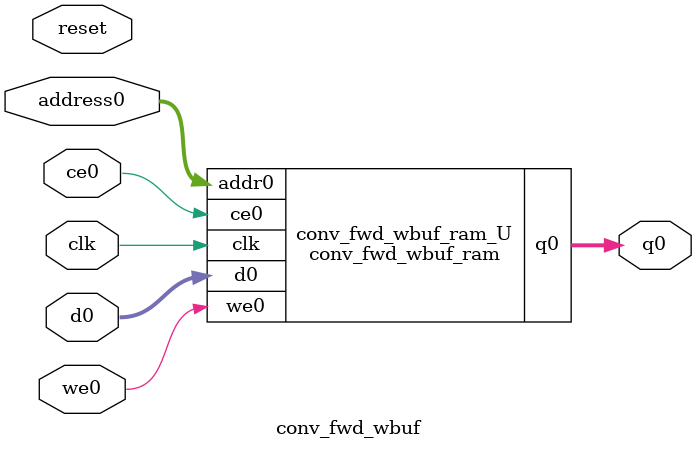
<source format=v>
`timescale 1 ns / 1 ps
module conv_fwd_wbuf_ram (addr0, ce0, d0, we0, q0,  clk);

parameter DWIDTH = 32;
parameter AWIDTH = 12;
parameter MEM_SIZE = 2500;

input[AWIDTH-1:0] addr0;
input ce0;
input[DWIDTH-1:0] d0;
input we0;
output reg[DWIDTH-1:0] q0;
input clk;

reg [DWIDTH-1:0] ram[0:MEM_SIZE-1];




always @(posedge clk)  
begin 
    if (ce0) begin
        if (we0) 
            ram[addr0] <= d0; 
        q0 <= ram[addr0];
    end
end


endmodule

`timescale 1 ns / 1 ps
module conv_fwd_wbuf(
    reset,
    clk,
    address0,
    ce0,
    we0,
    d0,
    q0);

parameter DataWidth = 32'd32;
parameter AddressRange = 32'd2500;
parameter AddressWidth = 32'd12;
input reset;
input clk;
input[AddressWidth - 1:0] address0;
input ce0;
input we0;
input[DataWidth - 1:0] d0;
output[DataWidth - 1:0] q0;



conv_fwd_wbuf_ram conv_fwd_wbuf_ram_U(
    .clk( clk ),
    .addr0( address0 ),
    .ce0( ce0 ),
    .we0( we0 ),
    .d0( d0 ),
    .q0( q0 ));

endmodule


</source>
